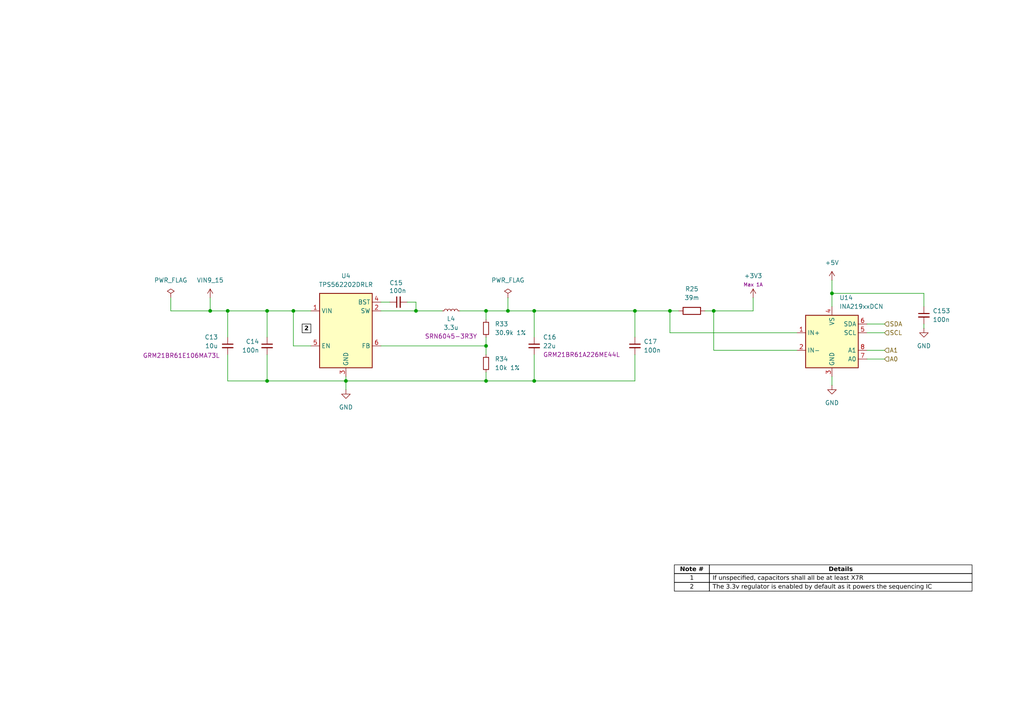
<source format=kicad_sch>
(kicad_sch (version 20250114) (generator "eeschema") (generator_version "9.0")
  (paper "A4")
  (lib_symbols
    (symbol "Device:C_Small" (pin_numbers (hide yes)) (pin_names (offset 0.254) (hide yes))
      (property "Reference" "C" (at 0.254 1.778 0))
      (property "Value" "C_Small" (at 0.254 -2.032 0))
      (symbol "C_Small_0_1"
        (polyline (pts (xy -1.524 0.508) (xy 1.524 0.508)) (stroke (width 0.3048)))
        (polyline (pts (xy -1.524 -0.508) (xy 1.524 -0.508)) (stroke (width 0.3302)))
      )
      (symbol "C_Small_1_1"
        (pin passive line (at 0 2.54 270) (length 2.032) (name "~") (number "1"))
        (pin passive line (at 0 -2.54 90) (length 2.032) (name "~") (number "2"))
      )
    )
    (symbol "Device:L_Small" (pin_numbers (hide yes)) (pin_names (offset 0.254) (hide yes))
      (property "Reference" "L" (at 0.762 1.016 0))
      (property "Value" "L_Small" (at 0.762 -1.016 0))
      (symbol "L_Small_0_1"
        (arc (start 0 2.032) (mid 0.5058 1.524) (end 0 1.016))
        (arc (start 0 1.016) (mid 0.5058 0.508) (end 0 0))
        (arc (start 0 0) (mid 0.5058 -0.508) (end 0 -1.016))
        (arc (start 0 -1.016) (mid 0.5058 -1.524) (end 0 -2.032))
      )
      (symbol "L_Small_1_1"
        (pin passive line (at 0 2.54 270) (length 0.508) (name "~") (number "1"))
        (pin passive line (at 0 -2.54 90) (length 0.508) (name "~") (number "2"))
      )
    )
    (symbol "Device:R" (pin_numbers (hide yes)) (pin_names (offset 0))
      (property "Reference" "R" (at 2.032 0 90))
      (property "Value" "R" (at 0 0 90))
      (symbol "R_0_1"
        (rectangle (start -1.016 -2.54) (end 1.016 2.54) (stroke (width 0.254)))
      )
      (symbol "R_1_1"
        (pin passive line (at 0 3.81 270) (length 1.27) (name "~") (number "1"))
        (pin passive line (at 0 -3.81 90) (length 1.27) (name "~") (number "2"))
      )
    )
    (symbol "Device:R_Small" (pin_numbers (hide yes)) (pin_names (offset 0.254) (hide yes))
      (property "Reference" "R" (at 0 0 90))
      (property "Value" "R_Small" (at 1.778 0 90))
      (symbol "R_Small_0_1"
        (rectangle (start -0.762 1.778) (end 0.762 -1.778) (stroke (width 0.2032)))
      )
      (symbol "R_Small_1_1"
        (pin passive line (at 0 2.54 270) (length 0.762) (name "~") (number "1"))
        (pin passive line (at 0 -2.54 90) (length 0.762) (name "~") (number "2"))
      )
    )
    (symbol "ECAP5-BSOM:INA219xxDCN"
      (property "Reference" "U" (at -6.35 8.89 0))
      (property "Value" "INA219xxDCN" (at 6.35 8.89 0))
      (symbol "INA219xxDCN_0_1"
        (rectangle (start -7.62 7.62) (end 7.62 -7.62) (stroke (width 0.254)) (fill (type background)))
      )
      (symbol "INA219xxDCN_1_1"
        (pin input line (at -10.16 2.54 0) (length 2.54) (name "IN+") (number "1"))
        (pin input line (at -10.16 -2.54 0) (length 2.54) (name "IN-") (number "2"))
        (pin power_in line (at 0 10.16 270) (length 2.54) (name "VS") (number "4"))
        (pin power_in line (at 0 -10.16 90) (length 2.54) (name "GND") (number "3"))
        (pin bidirectional line (at 10.16 5.08 180) (length 2.54) (name "SDA") (number "6"))
        (pin input line (at 10.16 2.54 180) (length 2.54) (name "SCL") (number "5"))
        (pin input line (at 10.16 -2.54 180) (length 2.54) (name "A1") (number "8"))
        (pin input line (at 10.16 -5.08 180) (length 2.54) (name "A0") (number "7"))
      )
    )
    (symbol "ECAP5-BSOM:TPS562202DRLR"
      (property "Reference" "U" (at -7.62 11.43 0))
      (property "Value" "TPS562202DRLR" (at 5.334 11.43 0))
      (symbol "TPS562202DRLR_0_1"
        (rectangle (start -7.62 10.16) (end 7.62 -11.43) (stroke (width 0.254)) (fill (type background)))
      )
      (symbol "TPS562202DRLR_1_1"
        (pin power_in line (at -10.16 5.08 0) (length 2.54) (name "VIN") (number "1"))
        (pin input line (at -10.16 -5.08 0) (length 2.54) (name "EN") (number "5"))
        (pin power_in line (at 0 -13.97 90) (length 2.54) (name "GND") (number "3"))
        (pin output line (at 10.16 7.62 180) (length 2.54) (name "BST") (number "4"))
        (pin output line (at 10.16 5.08 180) (length 2.54) (name "SW") (number "2"))
        (pin input line (at 10.16 -5.08 180) (length 2.54) (name "FB") (number "6"))
      )
    )
    (symbol "ECAP5-BSOM:VIN9_15" (power) (pin_numbers (hide yes)) (pin_names (offset 0) (hide yes))
      (property "Value" "VIN9_15" (at 0 3.556 0))
      (symbol "VIN9_15_0_1"
        (polyline (pts (xy -0.762 1.27) (xy 0 2.54)))
        (polyline (pts (xy 0 2.54) (xy 0.762 1.27)))
        (polyline (pts (xy 0 0) (xy 0 2.54)))
      )
      (symbol "VIN9_15_1_1"
        (pin power_in line (at 0 0 90) (length 0) (name "~") (number "1"))
      )
    )
    (symbol "power:+3V3" (power) (pin_numbers (hide yes)) (pin_names (offset 0) (hide yes))
      (property "Value" "+3V3" (at 0 3.556 0))
      (symbol "+3V3_0_1"
        (polyline (pts (xy -0.762 1.27) (xy 0 2.54)))
        (polyline (pts (xy 0 2.54) (xy 0.762 1.27)))
        (polyline (pts (xy 0 0) (xy 0 2.54)))
      )
      (symbol "+3V3_1_1"
        (pin power_in line (at 0 0 90) (length 0) (name "~") (number "1"))
      )
    )
    (symbol "power:+5V" (power) (pin_numbers (hide yes)) (pin_names (offset 0) (hide yes))
      (property "Value" "+5V" (at 0 3.556 0))
      (symbol "+5V_0_1"
        (polyline (pts (xy -0.762 1.27) (xy 0 2.54)))
        (polyline (pts (xy 0 2.54) (xy 0.762 1.27)))
        (polyline (pts (xy 0 0) (xy 0 2.54)))
      )
      (symbol "+5V_1_1"
        (pin power_in line (at 0 0 90) (length 0) (name "~") (number "1"))
      )
    )
    (symbol "power:GND" (power) (pin_numbers (hide yes)) (pin_names (offset 0) (hide yes))
      (property "Value" "GND" (at 0 -3.81 0))
      (symbol "GND_0_1"
        (polyline (pts (xy 0 0) (xy 0 -1.27) (xy 1.27 -1.27) (xy 0 -2.54) (xy -1.27 -1.27) (xy 0 -1.27)))
      )
      (symbol "GND_1_1"
        (pin power_in line (at 0 0 270) (length 0) (name "~") (number "1"))
      )
    )
    (symbol "power:PWR_FLAG" (power) (pin_numbers (hide yes)) (pin_names (offset 0) (hide yes))
      (property "Value" "PWR_FLAG" (at 0 3.81 0))
      (symbol "PWR_FLAG_0_0"
        (pin power_out line (at 0 0 90) (length 0) (name "~") (number "1"))
      )
      (symbol "PWR_FLAG_0_1"
        (polyline (pts (xy 0 0) (xy 0 1.27) (xy -1.016 1.905) (xy 0 2.54) (xy 1.016 1.905) (xy 0 1.27)))
      )
    )
  )
  (text_box "1" (at 195.58 166.37 0) (size 10.16 2.54) (margins 0.9525 0.9525 0.9525 0.9525) (stroke (width 0) (color 0 0 0 1)) (effects (font (size 1.27 1.27))))
  (text_box "Details" (at 205.74 163.83 0) (size 76.2 2.54) (margins 0.9525 0.9525 0.9525 0.9525) (stroke (width 0) (color 0 0 0 1)) (effects (font (size 1.27 1.27) (bold yes))))
  (text_box "2" (at 87.63 93.98 0) (size 2.54 2.54) (margins 0.9525 0.9525 0.9525 0.9525) (stroke (width 0) (color 0 0 0 1)) (effects (font (size 1.27 1.27) (bold yes))))
  (text_box "The 3.3v regulator is enabled by default as it powers the sequencing IC" (at 205.74 168.91 0) (size 76.2 2.54) (margins 0.9525 0.9525 0.9525 0.9525) (stroke (width 0) (color 0 0 0 1)) (effects (font (size 1.27 1.27)) (justify left)))
  (text_box "2" (at 195.58 168.91 0) (size 10.16 2.54) (margins 0.9525 0.9525 0.9525 0.9525) (stroke (width 0) (color 0 0 0 1)) (effects (font (size 1.27 1.27))))
  (text_box "If unspecified, capacitors shall all be at least X7R" (at 205.74 166.37 0) (size 76.2 2.54) (margins 0.9525 0.9525 0.9525 0.9525) (stroke (width 0) (color 0 0 0 1)) (effects (font (size 1.27 1.27)) (justify left)))
  (text_box "Note #" (at 195.58 163.83 0) (size 10.16 2.54) (margins 0.9525 0.9525 0.9525 0.9525) (stroke (width 0) (color 0 0 0 1)) (effects (font (size 1.27 1.27) (bold yes))))
  (junction (at 154.94 110.49))
  (junction (at 140.97 90.17))
  (junction (at 194.31 90.17))
  (junction (at 66.04 90.17))
  (junction (at 77.47 90.17))
  (junction (at 140.97 100.33))
  (junction (at 184.15 90.17))
  (junction (at 147.32 90.17))
  (junction (at 100.33 110.49))
  (junction (at 77.47 110.49))
  (junction (at 241.3 85.09))
  (junction (at 85.09 90.17))
  (junction (at 120.65 90.17))
  (junction (at 60.96 90.17))
  (junction (at 207.01 90.17))
  (junction (at 140.97 110.49))
  (junction (at 154.94 90.17))
  (wire (pts (xy 194.31 96.52) (xy 194.31 90.17)))
  (wire (pts (xy 77.47 102.87) (xy 77.47 110.49)))
  (wire (pts (xy 110.49 100.33) (xy 140.97 100.33)))
  (wire (pts (xy 100.33 110.49) (xy 100.33 113.03)))
  (wire (pts (xy 66.04 97.79) (xy 66.04 90.17)))
  (wire (pts (xy 66.04 102.87) (xy 66.04 110.49)))
  (wire (pts (xy 90.17 100.33) (xy 85.09 100.33)))
  (wire (pts (xy 49.53 86.36) (xy 49.53 90.17)))
  (wire (pts (xy 241.3 85.09) (xy 241.3 88.9)))
  (wire (pts (xy 60.96 86.36) (xy 60.96 90.17)))
  (wire (pts (xy 147.32 90.17) (xy 154.94 90.17)))
  (wire (pts (xy 140.97 107.95) (xy 140.97 110.49)))
  (wire (pts (xy 110.49 90.17) (xy 120.65 90.17)))
  (wire (pts (xy 207.01 90.17) (xy 218.44 90.17)))
  (wire (pts (xy 77.47 110.49) (xy 100.33 110.49)))
  (wire (pts (xy 85.09 90.17) (xy 90.17 90.17)))
  (wire (pts (xy 267.97 93.98) (xy 267.97 95.25)))
  (wire (pts (xy 241.3 81.28) (xy 241.3 85.09)))
  (wire (pts (xy 256.54 104.14) (xy 251.46 104.14)))
  (wire (pts (xy 154.94 110.49) (xy 184.15 110.49)))
  (wire (pts (xy 256.54 93.98) (xy 251.46 93.98)))
  (wire (pts (xy 140.97 90.17) (xy 147.32 90.17)))
  (wire (pts (xy 184.15 90.17) (xy 194.31 90.17)))
  (wire (pts (xy 77.47 90.17) (xy 77.47 97.79)))
  (wire (pts (xy 204.47 90.17) (xy 207.01 90.17)))
  (wire (pts (xy 147.32 86.36) (xy 147.32 90.17)))
  (wire (pts (xy 154.94 97.79) (xy 154.94 90.17)))
  (wire (pts (xy 140.97 110.49) (xy 154.94 110.49)))
  (wire (pts (xy 256.54 101.6) (xy 251.46 101.6)))
  (wire (pts (xy 184.15 97.79) (xy 184.15 90.17)))
  (wire (pts (xy 66.04 90.17) (xy 77.47 90.17)))
  (wire (pts (xy 241.3 109.22) (xy 241.3 111.76)))
  (wire (pts (xy 140.97 100.33) (xy 140.97 102.87)))
  (wire (pts (xy 241.3 85.09) (xy 267.97 85.09)))
  (wire (pts (xy 207.01 101.6) (xy 207.01 90.17)))
  (wire (pts (xy 154.94 102.87) (xy 154.94 110.49)))
  (wire (pts (xy 100.33 109.22) (xy 100.33 110.49)))
  (wire (pts (xy 77.47 90.17) (xy 85.09 90.17)))
  (wire (pts (xy 154.94 90.17) (xy 184.15 90.17)))
  (wire (pts (xy 184.15 102.87) (xy 184.15 110.49)))
  (wire (pts (xy 231.14 96.52) (xy 194.31 96.52)))
  (wire (pts (xy 120.65 87.63) (xy 120.65 90.17)))
  (wire (pts (xy 256.54 96.52) (xy 251.46 96.52)))
  (wire (pts (xy 49.53 90.17) (xy 60.96 90.17)))
  (wire (pts (xy 133.35 90.17) (xy 140.97 90.17)))
  (wire (pts (xy 140.97 97.79) (xy 140.97 100.33)))
  (wire (pts (xy 120.65 90.17) (xy 128.27 90.17)))
  (wire (pts (xy 66.04 110.49) (xy 77.47 110.49)))
  (wire (pts (xy 85.09 90.17) (xy 85.09 100.33)))
  (wire (pts (xy 194.31 90.17) (xy 196.85 90.17)))
  (wire (pts (xy 140.97 90.17) (xy 140.97 92.71)))
  (wire (pts (xy 207.01 101.6) (xy 231.14 101.6)))
  (wire (pts (xy 267.97 85.09) (xy 267.97 88.9)))
  (wire (pts (xy 100.33 110.49) (xy 140.97 110.49)))
  (wire (pts (xy 118.11 87.63) (xy 120.65 87.63)))
  (wire (pts (xy 60.96 90.17) (xy 66.04 90.17)))
  (wire (pts (xy 110.49 87.63) (xy 113.03 87.63)))
  (wire (pts (xy 218.44 86.36) (xy 218.44 90.17)))
  (hierarchical_label "SCL" (shape input) (at 256.54 96.52 0))
  (hierarchical_label "SDA" (shape input) (at 256.54 93.98 0))
  (hierarchical_label "A1" (shape input) (at 256.54 101.6 0))
  (hierarchical_label "A0" (shape input) (at 256.54 104.14 0))
  (symbol (lib_id "ECAP5-BSOM:INA219xxDCN") (at 241.3 99.06 0) (unit 1)
    (property "Reference" "U14" (at 243.4433 86.36 0) (effects (justify left)))
    (property "Value" "INA219xxDCN" (at 243.4433 88.9 0) (effects (justify left)))
    (property "Footprint" "Package_TO_SOT_SMD:SOT-23-8" (effects (hide yes)))
    (property "Datasheet" "http://www.ti.com/lit/ds/symlink/ina219.pdf" (effects (hide yes)))
    (property "Description" "Zero-Drift, Bidirectional Current/Power Monitor (0-26V) With I2C Interface, SOT-23-8" (effects (hide yes)))
  )
  (symbol (lib_id "ECAP5-BSOM:TPS562202DRLR") (at 100.33 95.25 0) (unit 1)
    (property "Reference" "U4" (at 100.33 80.01 0))
    (property "Value" "TPS562202DRLR" (at 100.33 82.55 0))
    (property "Footprint" "ECAP5-DPROC:TI_DRL0006A" (effects (hide yes)))
    (property "Datasheet" "https://www.ti.com/lit/ds/symlink/lm3880.pdf" (effects (hide yes)))
    (property "Description" "Three-Rail Simple Power Supply Sequencer" (effects (hide yes)))
  )
  (symbol (lib_id "Device:C_Small") (at 66.04 100.33 0) (unit 1)
    (property "Reference" "C13" (at 63.246 97.79 0) (effects (justify right)))
    (property "Value" "10u" (at 63.246 100.33 0) (effects (justify right)))
    (property "Footprint" "Capacitor_SMD:C_0805_2012Metric" (effects (hide yes)))
    (property "Description" "Unpolarized capacitor, small symbol" (effects (hide yes)))
    (property "Part" "GRM21BR61E106MA73L" (at 52.578 103.124 0))
  )
  (symbol (lib_id "power:PWR_FLAG") (at 49.53 86.36 0) (unit 1)
    (property "Reference" "#FLG01" (effects (hide yes)))
    (property "Value" "PWR_FLAG" (at 49.53 81.28 0))
    (property "Description" "Special symbol for telling ERC where power comes from" (effects (hide yes)))
  )
  (symbol (lib_id "power:+3V3") (at 218.44 86.36 0) (unit 1)
    (property "Reference" "#PWR02" (effects (hide yes)))
    (property "Value" "+3V3" (at 218.44 80.01 0))
    (property "Description" "Power symbol creates a global label with name \"+3V3\"" (effects (hide yes)))
    (property "Max current" "Max 1A" (at 218.44 82.55 0) (effects (font (size 1.016 1.016))))
  )
  (symbol (lib_id "power:PWR_FLAG") (at 147.32 86.36 0) (unit 1)
    (property "Reference" "#FLG02" (effects (hide yes)))
    (property "Value" "PWR_FLAG" (at 147.32 81.28 0))
    (property "Description" "Special symbol for telling ERC where power comes from" (effects (hide yes)))
  )
  (symbol (lib_id "Device:R_Small") (at 140.97 95.25 0) (unit 1)
    (property "Reference" "R33" (at 143.51 93.9799 0) (effects (justify left)))
    (property "Value" "30.9k 1%" (at 143.51 96.5199 0) (effects (justify left)))
    (property "Footprint" "Resistor_SMD:R_0402_1005Metric" (effects (hide yes)))
    (property "Description" "Resistor, small symbol" (effects (hide yes)))
  )
  (symbol (lib_id "ECAP5-BSOM:VIN9_15") (at 60.96 86.36 0) (unit 1)
    (property "Reference" "#PWR01" (effects (hide yes)))
    (property "Value" "VIN9_15" (at 60.96 81.28 0))
    (property "Description" "Power symbol creates a global label with name \"VIN9_15\"" (effects (hide yes)))
  )
  (symbol (lib_id "power:GND") (at 241.3 111.76 0) (unit 1)
    (property "Reference" "#PWR055" (effects (hide yes)))
    (property "Value" "GND" (at 241.3 116.84 0))
    (property "Description" "Power symbol creates a global label with name \"GND\" , ground" (effects (hide yes)))
  )
  (symbol (lib_id "power:GND") (at 267.97 95.25 0) (unit 1)
    (property "Reference" "#PWR0189" (effects (hide yes)))
    (property "Value" "GND" (at 267.97 100.33 0))
    (property "Description" "Power symbol creates a global label with name \"GND\" , ground" (effects (hide yes)))
  )
  (symbol (lib_id "Device:C_Small") (at 154.94 100.33 0) (unit 1)
    (property "Reference" "C16" (at 157.48 97.79 0) (effects (justify left)))
    (property "Value" "22u" (at 157.48 100.33 0) (effects (justify left)))
    (property "Footprint" "Capacitor_SMD:C_0805_2012Metric" (effects (hide yes)))
    (property "Description" "Unpolarized capacitor, small symbol" (effects (hide yes)))
    (property "Part" "GRM21BR61A226ME44L " (at 169.164 102.8638 0))
  )
  (symbol (lib_id "Device:R") (at 200.66 90.17 90) (unit 1)
    (property "Reference" "R25" (at 200.66 83.82 90))
    (property "Value" "39m" (at 200.66 86.36 90))
    (property "Description" "Resistor" (effects (hide yes)))
  )
  (symbol (lib_id "Device:C_Small") (at 184.15 100.33 0) (unit 1)
    (property "Reference" "C17" (at 186.69 99.0662 0) (effects (justify left)))
    (property "Value" "100n" (at 186.69 101.6062 0) (effects (justify left)))
    (property "Footprint" "Capacitor_SMD:C_0805_2012Metric" (effects (hide yes)))
    (property "Description" "Unpolarized capacitor, small symbol" (effects (hide yes)))
  )
  (symbol (lib_id "Device:C_Small") (at 267.97 91.44 0) (unit 1)
    (property "Reference" "C153" (at 270.51 90.1762 0) (effects (justify left)))
    (property "Value" "100n" (at 270.51 92.7162 0) (effects (justify left)))
    (property "Footprint" "Capacitor_SMD:C_0201_0603Metric" (effects (hide yes)))
    (property "Description" "Unpolarized capacitor, small symbol" (effects (hide yes)))
  )
  (symbol (lib_id "Device:L_Small") (at 130.81 90.17 90) (unit 1)
    (property "Reference" "L4" (at 130.81 92.456 90))
    (property "Value" "3.3u" (at 130.81 94.996 90))
    (property "Footprint" "ECAP5-DPROC:Coilcraft_XAL4030" (effects (hide yes)))
    (property "Description" "Inductor, small symbol" (effects (hide yes)))
    (property "Part" "SRN6045-3R3Y" (at 130.81 97.536 90))
  )
  (symbol (lib_id "Device:C_Small") (at 115.57 87.63 90) (unit 1)
    (property "Reference" "C15" (at 116.84 82.042 90) (effects (justify left)))
    (property "Value" "100n" (at 117.856 84.328 90) (effects (justify left)))
    (property "Footprint" "Capacitor_SMD:C_0402_1005Metric" (effects (hide yes)))
    (property "Description" "Unpolarized capacitor, small symbol" (effects (hide yes)))
  )
  (symbol (lib_id "Device:C_Small") (at 77.47 100.33 0) (unit 1)
    (property "Reference" "C14" (at 75.184 99.06 0) (effects (justify right)))
    (property "Value" "100n" (at 75.184 101.6 0) (effects (justify right)))
    (property "Footprint" "Capacitor_SMD:C_0805_2012Metric" (effects (hide yes)))
    (property "Description" "Unpolarized capacitor, small symbol" (effects (hide yes)))
  )
  (symbol (lib_id "power:GND") (at 100.33 113.03 0) (unit 1)
    (property "Reference" "#PWR054" (effects (hide yes)))
    (property "Value" "GND" (at 100.33 118.11 0))
    (property "Description" "Power symbol creates a global label with name \"GND\" , ground" (effects (hide yes)))
  )
  (symbol (lib_id "Device:R_Small") (at 140.97 105.41 0) (unit 1)
    (property "Reference" "R34" (at 143.51 104.1399 0) (effects (justify left)))
    (property "Value" "10k 1%" (at 143.51 106.6799 0) (effects (justify left)))
    (property "Footprint" "Resistor_SMD:R_0402_1005Metric" (effects (hide yes)))
    (property "Description" "Resistor, small symbol" (effects (hide yes)))
  )
  (symbol (lib_id "power:+5V") (at 241.3 81.28 0) (unit 1)
    (property "Reference" "#PWR027" (effects (hide yes)))
    (property "Value" "+5V" (at 241.3 76.2 0))
    (property "Description" "Power symbol creates a global label with name \"+5V\"" (effects (hide yes)))
  )
)
</source>
